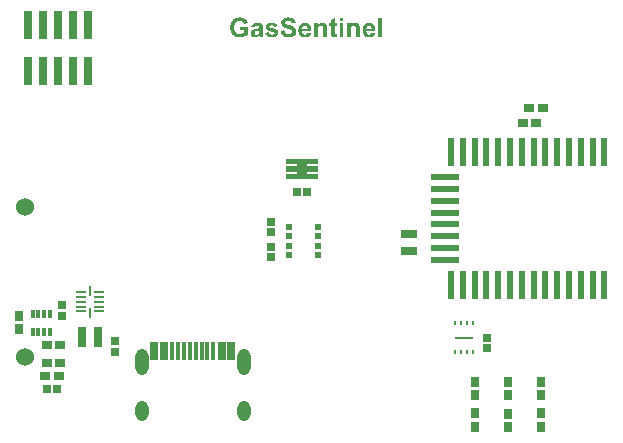
<source format=gbr>
%TF.GenerationSoftware,Altium Limited,Altium Designer,23.6.0 (18)*%
G04 Layer_Color=8388736*
%FSLAX45Y45*%
%MOMM*%
%TF.SameCoordinates,DCE0C1D5-9975-4D98-BEBD-45AE40CD8FD9*%
%TF.FilePolarity,Negative*%
%TF.FileFunction,Soldermask,Top*%
%TF.Part,Single*%
G01*
G75*
%TA.AperFunction,SMDPad,CuDef*%
%ADD14R,0.20320X0.86360*%
%ADD15R,0.86360X0.20320*%
%ADD17R,0.30000X0.67000*%
%ADD20R,1.60000X0.20000*%
%ADD21R,0.25000X0.30000*%
%ADD22R,0.60000X2.40000*%
%ADD26R,1.40000X0.75000*%
%ADD27R,2.40000X0.60000*%
%ADD28R,0.75000X2.40000*%
%TA.AperFunction,ComponentPad*%
%ADD37C,1.52400*%
%ADD39O,1.11760X2.20980*%
%ADD41O,1.11760X1.70180*%
%TA.AperFunction,SMDPad,CuDef*%
%ADD51R,0.75000X0.90000*%
%ADD52R,0.75000X0.79000*%
%ADD53R,0.79000X0.75000*%
%ADD54R,0.90000X0.75000*%
%ADD55R,0.80000X1.75000*%
%ADD56R,0.75960X1.59780*%
%ADD57R,0.45480X1.59780*%
%TA.AperFunction,BGAPad,CuDef*%
%ADD58R,0.55000X0.55000*%
G36*
X5060300Y4965300D02*
Y4918300D01*
X5150300D01*
Y4900300D01*
X5060300D01*
Y4853300D01*
X5150300D01*
Y4835300D01*
X5060300D01*
Y4788300D01*
X5150300D01*
Y4794300D01*
X5238300D01*
Y4788300D01*
X5328300D01*
Y4835300D01*
X5238300D01*
Y4853300D01*
X5328300D01*
Y4900300D01*
X5238300D01*
Y4918300D01*
X5328300D01*
Y4965300D01*
X5238300D01*
Y4959300D01*
X5150300D01*
Y4965300D01*
X5060300D01*
D02*
G37*
G36*
X5543296Y6128601D02*
X5512048D01*
Y6157500D01*
X5543296D01*
Y6128601D01*
D02*
G37*
G36*
X5081619Y6160319D02*
X5084204Y6160084D01*
X5087258Y6159849D01*
X5090312Y6159379D01*
X5093837Y6158909D01*
X5101355Y6157265D01*
X5105114Y6156090D01*
X5108873Y6154915D01*
X5112633Y6153271D01*
X5116157Y6151391D01*
X5119446Y6149277D01*
X5122501Y6146927D01*
X5122735Y6146692D01*
X5123205Y6146222D01*
X5123910Y6145517D01*
X5124850Y6144577D01*
X5126025Y6143168D01*
X5127434Y6141523D01*
X5128844Y6139644D01*
X5130489Y6137529D01*
X5131899Y6134945D01*
X5133308Y6132360D01*
X5134718Y6129306D01*
X5135893Y6126016D01*
X5137067Y6122727D01*
X5138007Y6118968D01*
X5138712Y6115209D01*
X5138947Y6110980D01*
X5106054Y6109805D01*
Y6110040D01*
Y6110275D01*
X5105584Y6111919D01*
X5105114Y6114034D01*
X5104174Y6116618D01*
X5103000Y6119673D01*
X5101355Y6122492D01*
X5099240Y6125312D01*
X5096891Y6127661D01*
X5096656Y6127896D01*
X5095716Y6128601D01*
X5094072Y6129541D01*
X5091722Y6130480D01*
X5088903Y6131420D01*
X5085378Y6132360D01*
X5081149Y6133065D01*
X5076215Y6133300D01*
X5073866D01*
X5071281Y6133065D01*
X5068227Y6132595D01*
X5064703Y6131890D01*
X5060944Y6130715D01*
X5057419Y6129306D01*
X5054130Y6127191D01*
X5053895Y6126956D01*
X5053425Y6126486D01*
X5052485Y6125782D01*
X5051546Y6124607D01*
X5050606Y6123197D01*
X5049666Y6121317D01*
X5049196Y6119438D01*
X5048961Y6117088D01*
Y6116853D01*
Y6116149D01*
X5049196Y6114974D01*
X5049666Y6113799D01*
X5050136Y6112154D01*
X5050841Y6110510D01*
X5052016Y6108865D01*
X5053660Y6107220D01*
X5053895Y6106985D01*
X5055070Y6106281D01*
X5055775Y6105811D01*
X5056949Y6105341D01*
X5058124Y6104636D01*
X5059769Y6103931D01*
X5061648Y6103226D01*
X5063763Y6102287D01*
X5066347Y6101347D01*
X5068932Y6100407D01*
X5072221Y6099467D01*
X5075746Y6098527D01*
X5079505Y6097588D01*
X5083734Y6096413D01*
X5083969D01*
X5084909Y6096178D01*
X5086083Y6095943D01*
X5087728Y6095473D01*
X5089608Y6095003D01*
X5091957Y6094298D01*
X5094541Y6093593D01*
X5097126Y6092889D01*
X5102765Y6091009D01*
X5108638Y6089129D01*
X5114277Y6087015D01*
X5116627Y6085840D01*
X5118976Y6084665D01*
X5119211D01*
X5119446Y6084430D01*
X5120856Y6083490D01*
X5122970Y6082081D01*
X5125555Y6080201D01*
X5128374Y6077852D01*
X5131429Y6075032D01*
X5134483Y6071743D01*
X5137067Y6067984D01*
X5137302Y6067514D01*
X5138007Y6066104D01*
X5139182Y6063990D01*
X5140357Y6060935D01*
X5141531Y6057176D01*
X5142706Y6052712D01*
X5143411Y6047778D01*
X5143646Y6042139D01*
Y6041904D01*
Y6041434D01*
Y6040730D01*
Y6039790D01*
X5143411Y6038615D01*
X5143176Y6036970D01*
X5142706Y6033681D01*
X5141766Y6029452D01*
X5140357Y6024988D01*
X5138242Y6020524D01*
X5135658Y6015825D01*
Y6015590D01*
X5135188Y6015355D01*
X5134248Y6013945D01*
X5132368Y6011596D01*
X5130019Y6009011D01*
X5126965Y6005957D01*
X5122970Y6003138D01*
X5118741Y6000318D01*
X5113572Y5997734D01*
X5113338D01*
X5112868Y5997499D01*
X5112163Y5997264D01*
X5110988Y5996794D01*
X5109578Y5996324D01*
X5107934Y5995854D01*
X5106054Y5995384D01*
X5103939Y5994914D01*
X5101355Y5994209D01*
X5098771Y5993740D01*
X5092662Y5992800D01*
X5085848Y5992095D01*
X5078330Y5991860D01*
X5075276D01*
X5073161Y5992095D01*
X5070577Y5992330D01*
X5067757Y5992565D01*
X5064468Y5993035D01*
X5060944Y5993740D01*
X5053190Y5995384D01*
X5049196Y5996559D01*
X5045437Y5997734D01*
X5041443Y5999378D01*
X5037684Y6001258D01*
X5034159Y6003373D01*
X5030870Y6005957D01*
X5030635Y6006192D01*
X5030165Y6006662D01*
X5029225Y6007367D01*
X5028286Y6008541D01*
X5026876Y6010186D01*
X5025466Y6012066D01*
X5023822Y6014180D01*
X5022177Y6016530D01*
X5020532Y6019349D01*
X5018888Y6022404D01*
X5017243Y6025928D01*
X5015598Y6029687D01*
X5014424Y6033681D01*
X5013014Y6038145D01*
X5012074Y6042844D01*
X5011369Y6047778D01*
X5043322Y6050832D01*
Y6050597D01*
X5043557Y6050128D01*
Y6049188D01*
X5043792Y6048248D01*
X5044732Y6045429D01*
X5045907Y6041904D01*
X5047317Y6037910D01*
X5049431Y6033916D01*
X5051781Y6030392D01*
X5054835Y6027103D01*
X5055305Y6026868D01*
X5056480Y6025928D01*
X5058359Y6024753D01*
X5061179Y6023343D01*
X5064703Y6021934D01*
X5068697Y6020759D01*
X5073396Y6019819D01*
X5078800Y6019584D01*
X5081384D01*
X5084204Y6020054D01*
X5087728Y6020524D01*
X5091487Y6021229D01*
X5095481Y6022404D01*
X5099240Y6024048D01*
X5102530Y6026163D01*
X5103000Y6026398D01*
X5103939Y6027337D01*
X5105114Y6028747D01*
X5106759Y6030627D01*
X5108169Y6032976D01*
X5109578Y6035796D01*
X5110518Y6038615D01*
X5110753Y6041904D01*
Y6042139D01*
Y6042844D01*
X5110518Y6044019D01*
X5110283Y6045429D01*
X5109813Y6046838D01*
X5109343Y6048483D01*
X5108404Y6050128D01*
X5107229Y6051772D01*
X5106994Y6052007D01*
X5106524Y6052477D01*
X5105819Y6053182D01*
X5104644Y6054122D01*
X5103000Y6055297D01*
X5100885Y6056471D01*
X5098536Y6057646D01*
X5095481Y6058821D01*
X5095246D01*
X5094307Y6059291D01*
X5092662Y6059761D01*
X5091487Y6060230D01*
X5090077Y6060465D01*
X5088433Y6060935D01*
X5086553Y6061640D01*
X5084439Y6062110D01*
X5082089Y6062815D01*
X5079270Y6063520D01*
X5076215Y6064225D01*
X5072926Y6065164D01*
X5069167Y6066104D01*
X5068932D01*
X5067992Y6066339D01*
X5066582Y6066809D01*
X5064938Y6067279D01*
X5062823Y6067984D01*
X5060239Y6068689D01*
X5057654Y6069628D01*
X5054600Y6070568D01*
X5048491Y6072918D01*
X5042618Y6075737D01*
X5039563Y6077147D01*
X5036979Y6078792D01*
X5034394Y6080436D01*
X5032280Y6082081D01*
X5032045Y6082316D01*
X5031575Y6082786D01*
X5030870Y6083490D01*
X5029930Y6084430D01*
X5028755Y6085840D01*
X5027581Y6087485D01*
X5026171Y6089129D01*
X5024996Y6091244D01*
X5022177Y6096178D01*
X5019827Y6101817D01*
X5018888Y6104871D01*
X5018183Y6107925D01*
X5017713Y6111450D01*
X5017478Y6114974D01*
Y6115209D01*
Y6115444D01*
Y6116149D01*
Y6117088D01*
X5017948Y6119438D01*
X5018418Y6122492D01*
X5019123Y6126016D01*
X5020297Y6130011D01*
X5021942Y6134240D01*
X5024291Y6138234D01*
Y6138469D01*
X5024526Y6138704D01*
X5025701Y6140113D01*
X5027111Y6141993D01*
X5029460Y6144343D01*
X5032280Y6146927D01*
X5035804Y6149746D01*
X5039798Y6152331D01*
X5044497Y6154680D01*
X5044732D01*
X5045202Y6154915D01*
X5045907Y6155150D01*
X5046847Y6155620D01*
X5048256Y6156090D01*
X5049666Y6156560D01*
X5051546Y6157030D01*
X5053660Y6157735D01*
X5058359Y6158674D01*
X5063763Y6159614D01*
X5069872Y6160319D01*
X5076685Y6160554D01*
X5079505D01*
X5081619Y6160319D01*
D02*
G37*
G36*
X4670222D02*
X4672806Y6160084D01*
X4675861Y6159849D01*
X4679150Y6159614D01*
X4682674Y6158909D01*
X4690193Y6157500D01*
X4697946Y6155150D01*
X4701940Y6153741D01*
X4705699Y6152096D01*
X4709223Y6150216D01*
X4712513Y6147867D01*
X4712748Y6147632D01*
X4713218Y6147397D01*
X4714157Y6146457D01*
X4715332Y6145517D01*
X4716742Y6144343D01*
X4718152Y6142698D01*
X4719796Y6140818D01*
X4721676Y6138704D01*
X4723555Y6136354D01*
X4725435Y6133770D01*
X4727315Y6130950D01*
X4728959Y6127661D01*
X4730839Y6124372D01*
X4732249Y6120848D01*
X4733658Y6116853D01*
X4734598Y6112859D01*
X4701940Y6106751D01*
Y6106985D01*
X4701705Y6107220D01*
X4701235Y6108630D01*
X4700295Y6110745D01*
X4698886Y6113564D01*
X4697241Y6116618D01*
X4694892Y6119673D01*
X4692072Y6122727D01*
X4688783Y6125547D01*
X4688313Y6125782D01*
X4687138Y6126721D01*
X4685024Y6127896D01*
X4682439Y6129071D01*
X4678915Y6130480D01*
X4674921Y6131420D01*
X4670457Y6132360D01*
X4665288Y6132595D01*
X4663173D01*
X4661764Y6132360D01*
X4659884Y6132125D01*
X4657769Y6131890D01*
X4655420Y6131420D01*
X4652835Y6130950D01*
X4647432Y6129306D01*
X4644612Y6128131D01*
X4641793Y6126721D01*
X4638973Y6125077D01*
X4636154Y6123432D01*
X4633570Y6121082D01*
X4630985Y6118733D01*
X4630750Y6118498D01*
X4630515Y6118028D01*
X4629810Y6117323D01*
X4629106Y6116149D01*
X4628166Y6114739D01*
X4626991Y6113094D01*
X4625816Y6110980D01*
X4624876Y6108630D01*
X4623702Y6105811D01*
X4622527Y6102756D01*
X4621352Y6099467D01*
X4620412Y6095943D01*
X4619708Y6091949D01*
X4619003Y6087485D01*
X4618768Y6083021D01*
X4618533Y6078087D01*
Y6077852D01*
Y6076912D01*
Y6075267D01*
X4618768Y6073388D01*
X4619003Y6070803D01*
X4619238Y6068219D01*
X4619708Y6064929D01*
X4620177Y6061640D01*
X4621587Y6054592D01*
X4623937Y6047308D01*
X4625346Y6043784D01*
X4626991Y6040495D01*
X4629106Y6037205D01*
X4631220Y6034386D01*
X4631455Y6034151D01*
X4631925Y6033681D01*
X4632630Y6032976D01*
X4633570Y6032036D01*
X4634979Y6031097D01*
X4636389Y6029687D01*
X4638269Y6028512D01*
X4640383Y6027103D01*
X4642733Y6025693D01*
X4645082Y6024518D01*
X4650956Y6022169D01*
X4654245Y6021229D01*
X4657534Y6020524D01*
X4661294Y6020054D01*
X4665053Y6019819D01*
X4666933D01*
X4668812Y6020054D01*
X4671631Y6020289D01*
X4674686Y6020759D01*
X4678210Y6021464D01*
X4681969Y6022404D01*
X4685728Y6023813D01*
X4685963D01*
X4686198Y6024048D01*
X4687373Y6024518D01*
X4689488Y6025458D01*
X4691837Y6026633D01*
X4694657Y6028042D01*
X4697711Y6029687D01*
X4700765Y6031567D01*
X4703585Y6033681D01*
Y6054592D01*
X4665993D01*
Y6082081D01*
X4736713D01*
Y6016765D01*
X4736243Y6016295D01*
X4735538Y6015825D01*
X4734833Y6015120D01*
X4733658Y6014180D01*
X4732484Y6013240D01*
X4729194Y6010891D01*
X4724730Y6008307D01*
X4719561Y6005252D01*
X4713688Y6002198D01*
X4706639Y5999378D01*
X4706404D01*
X4705699Y5999143D01*
X4704759Y5998674D01*
X4703350Y5998204D01*
X4701470Y5997734D01*
X4699356Y5997029D01*
X4697006Y5996324D01*
X4694422Y5995619D01*
X4688548Y5994209D01*
X4681734Y5993035D01*
X4674686Y5992095D01*
X4667167Y5991860D01*
X4664583D01*
X4662938Y5992095D01*
X4660589D01*
X4658004Y5992330D01*
X4655185Y5992800D01*
X4651896Y5993270D01*
X4645082Y5994444D01*
X4637564Y5996324D01*
X4629810Y5998908D01*
X4626286Y6000553D01*
X4622527Y6002433D01*
X4622292Y6002668D01*
X4621822Y6002903D01*
X4620647Y6003607D01*
X4619473Y6004547D01*
X4617828Y6005487D01*
X4616183Y6006897D01*
X4614069Y6008541D01*
X4611954Y6010421D01*
X4607255Y6014650D01*
X4602556Y6020054D01*
X4598092Y6026163D01*
X4594098Y6033211D01*
Y6033446D01*
X4593628Y6034151D01*
X4593158Y6035326D01*
X4592688Y6036735D01*
X4591983Y6038615D01*
X4591044Y6040730D01*
X4590339Y6043314D01*
X4589399Y6046133D01*
X4588459Y6049188D01*
X4587754Y6052712D01*
X4586110Y6059995D01*
X4585170Y6067984D01*
X4584700Y6076677D01*
Y6076912D01*
Y6077852D01*
Y6079261D01*
X4584935Y6080906D01*
Y6083256D01*
X4585170Y6085840D01*
X4585640Y6088659D01*
X4586110Y6091949D01*
X4587284Y6098762D01*
X4589164Y6106516D01*
X4591748Y6114269D01*
X4593393Y6118028D01*
X4595273Y6121787D01*
X4595508Y6122022D01*
X4595743Y6122727D01*
X4596448Y6123667D01*
X4597152Y6125077D01*
X4598327Y6126721D01*
X4599737Y6128601D01*
X4601381Y6130715D01*
X4603026Y6133065D01*
X4605141Y6135414D01*
X4607490Y6137999D01*
X4610075Y6140583D01*
X4612894Y6143168D01*
X4615948Y6145517D01*
X4619003Y6148102D01*
X4626286Y6152331D01*
X4626521D01*
X4626991Y6152801D01*
X4627931Y6153036D01*
X4629106Y6153741D01*
X4630750Y6154210D01*
X4632395Y6154915D01*
X4634744Y6155620D01*
X4637094Y6156560D01*
X4639678Y6157265D01*
X4642733Y6157970D01*
X4646022Y6158674D01*
X4649311Y6159379D01*
X4656830Y6160319D01*
X4665288Y6160554D01*
X4668107D01*
X4670222Y6160319D01*
D02*
G37*
G36*
X5646439Y6115209D02*
X5649023Y6114974D01*
X5651843Y6114504D01*
X5654897Y6113799D01*
X5658187Y6112859D01*
X5661476Y6111684D01*
X5661946Y6111450D01*
X5662886Y6110980D01*
X5664530Y6110275D01*
X5666410Y6109100D01*
X5668524Y6107690D01*
X5670639Y6106046D01*
X5672753Y6104166D01*
X5674633Y6102052D01*
X5674868Y6101817D01*
X5675338Y6101112D01*
X5676043Y6099937D01*
X5676983Y6098292D01*
X5678157Y6096413D01*
X5679097Y6094063D01*
X5680037Y6091714D01*
X5680742Y6088894D01*
Y6088659D01*
X5680977Y6087485D01*
X5681447Y6085840D01*
X5681682Y6083490D01*
X5682151Y6080671D01*
X5682386Y6076912D01*
X5682621Y6072918D01*
Y6067984D01*
Y5994914D01*
X5651373D01*
Y6054827D01*
Y6055062D01*
Y6055766D01*
Y6056706D01*
Y6057881D01*
Y6059526D01*
Y6061170D01*
X5651138Y6065164D01*
X5650903Y6069159D01*
X5650433Y6073388D01*
X5649963Y6076912D01*
X5649728Y6078322D01*
X5649258Y6079496D01*
Y6079731D01*
X5648789Y6080436D01*
X5648319Y6081376D01*
X5647614Y6082786D01*
X5645499Y6085605D01*
X5644324Y6087015D01*
X5642680Y6088189D01*
X5642445Y6088424D01*
X5641975Y6088659D01*
X5641035Y6089129D01*
X5639625Y6089834D01*
X5637981Y6090539D01*
X5636336Y6091009D01*
X5634222Y6091244D01*
X5631872Y6091479D01*
X5630462D01*
X5629053Y6091244D01*
X5627173Y6091009D01*
X5624824Y6090304D01*
X5622474Y6089599D01*
X5619890Y6088424D01*
X5617305Y6087015D01*
X5617070Y6086780D01*
X5616365Y6086310D01*
X5615191Y6085135D01*
X5613781Y6083960D01*
X5612371Y6082081D01*
X5610962Y6080201D01*
X5609552Y6077617D01*
X5608612Y6075032D01*
Y6074797D01*
X5608142Y6073623D01*
X5607907Y6071743D01*
X5607437Y6068924D01*
X5607202Y6067279D01*
X5606967Y6065164D01*
X5606732Y6063050D01*
Y6060465D01*
X5606498Y6057881D01*
X5606263Y6054827D01*
Y6051537D01*
Y6048013D01*
Y5994914D01*
X5575014D01*
Y6112859D01*
X5603913D01*
Y6095473D01*
X5604148Y6095708D01*
X5604618Y6096413D01*
X5605558Y6097353D01*
X5606732Y6098527D01*
X5608142Y6100172D01*
X5610022Y6101817D01*
X5612136Y6103696D01*
X5614486Y6105576D01*
X5617070Y6107220D01*
X5620125Y6109100D01*
X5623179Y6110745D01*
X5626703Y6112389D01*
X5630462Y6113564D01*
X5634222Y6114504D01*
X5638451Y6115209D01*
X5642680Y6115444D01*
X5644324D01*
X5646439Y6115209D01*
D02*
G37*
G36*
X5368728D02*
X5371313Y6114974D01*
X5374132Y6114504D01*
X5377186Y6113799D01*
X5380476Y6112859D01*
X5383765Y6111684D01*
X5384235Y6111450D01*
X5385175Y6110980D01*
X5386819Y6110275D01*
X5388699Y6109100D01*
X5390813Y6107690D01*
X5392928Y6106046D01*
X5395043Y6104166D01*
X5396922Y6102052D01*
X5397157Y6101817D01*
X5397627Y6101112D01*
X5398332Y6099937D01*
X5399272Y6098292D01*
X5400446Y6096413D01*
X5401386Y6094063D01*
X5402326Y6091714D01*
X5403031Y6088894D01*
Y6088659D01*
X5403266Y6087485D01*
X5403736Y6085840D01*
X5403971Y6083490D01*
X5404441Y6080671D01*
X5404675Y6076912D01*
X5404910Y6072918D01*
Y6067984D01*
Y5994914D01*
X5373662D01*
Y6054827D01*
Y6055062D01*
Y6055766D01*
Y6056706D01*
Y6057881D01*
Y6059526D01*
Y6061170D01*
X5373427Y6065164D01*
X5373192Y6069159D01*
X5372722Y6073388D01*
X5372252Y6076912D01*
X5372017Y6078322D01*
X5371548Y6079496D01*
Y6079731D01*
X5371078Y6080436D01*
X5370608Y6081376D01*
X5369903Y6082786D01*
X5367788Y6085605D01*
X5366614Y6087015D01*
X5364969Y6088189D01*
X5364734Y6088424D01*
X5364264Y6088659D01*
X5363324Y6089129D01*
X5361915Y6089834D01*
X5360270Y6090539D01*
X5358625Y6091009D01*
X5356511Y6091244D01*
X5354161Y6091479D01*
X5352752D01*
X5351342Y6091244D01*
X5349462Y6091009D01*
X5347113Y6090304D01*
X5344763Y6089599D01*
X5342179Y6088424D01*
X5339594Y6087015D01*
X5339359Y6086780D01*
X5338655Y6086310D01*
X5337480Y6085135D01*
X5336070Y6083960D01*
X5334660Y6082081D01*
X5333251Y6080201D01*
X5331841Y6077617D01*
X5330901Y6075032D01*
Y6074797D01*
X5330431Y6073623D01*
X5330196Y6071743D01*
X5329726Y6068924D01*
X5329492Y6067279D01*
X5329257Y6065164D01*
X5329022Y6063050D01*
Y6060465D01*
X5328787Y6057881D01*
X5328552Y6054827D01*
Y6051537D01*
Y6048013D01*
Y5994914D01*
X5297303D01*
Y6112859D01*
X5326202D01*
Y6095473D01*
X5326437Y6095708D01*
X5326907Y6096413D01*
X5327847Y6097353D01*
X5329022Y6098527D01*
X5330431Y6100172D01*
X5332311Y6101817D01*
X5334425Y6103696D01*
X5336775Y6105576D01*
X5339359Y6107220D01*
X5342414Y6109100D01*
X5345468Y6110745D01*
X5348992Y6112389D01*
X5352752Y6113564D01*
X5356511Y6114504D01*
X5360740Y6115209D01*
X5364969Y6115444D01*
X5366614D01*
X5368728Y6115209D01*
D02*
G37*
G36*
X4942059D02*
X4944408Y6114974D01*
X4946993Y6114739D01*
X4949812Y6114504D01*
X4955686Y6113564D01*
X4961560Y6112154D01*
X4967199Y6110040D01*
X4969783Y6108865D01*
X4972133Y6107455D01*
X4972368D01*
X4972602Y6106985D01*
X4974012Y6106046D01*
X4976127Y6104166D01*
X4978476Y6101582D01*
X4981296Y6098527D01*
X4983880Y6094533D01*
X4986464Y6089834D01*
X4988344Y6084430D01*
X4958975Y6079026D01*
Y6079261D01*
X4958505Y6080201D01*
X4958036Y6081376D01*
X4957331Y6082786D01*
X4956391Y6084665D01*
X4954981Y6086310D01*
X4953571Y6087955D01*
X4951692Y6089364D01*
X4951457Y6089599D01*
X4950752Y6090069D01*
X4949577Y6090539D01*
X4947933Y6091244D01*
X4945818Y6091949D01*
X4943234Y6092654D01*
X4940179Y6092889D01*
X4936655Y6093123D01*
X4934541D01*
X4932426Y6092889D01*
X4929842Y6092654D01*
X4926787Y6092184D01*
X4923968Y6091714D01*
X4921383Y6090774D01*
X4919034Y6089599D01*
X4918799D01*
X4918564Y6089129D01*
X4917389Y6087955D01*
X4915979Y6085840D01*
X4915745Y6084665D01*
X4915510Y6083256D01*
Y6083021D01*
Y6082786D01*
X4915979Y6081376D01*
X4916919Y6079496D01*
X4917624Y6078557D01*
X4918564Y6077617D01*
X4918799Y6077382D01*
X4919739Y6077147D01*
X4920209Y6076677D01*
X4921148Y6076442D01*
X4922323Y6075972D01*
X4923733Y6075267D01*
X4925612Y6074797D01*
X4927492Y6074092D01*
X4929842Y6073388D01*
X4932661Y6072683D01*
X4935715Y6071743D01*
X4939240Y6070803D01*
X4943234Y6069863D01*
X4947698Y6068689D01*
X4947933D01*
X4948873Y6068454D01*
X4950047Y6068219D01*
X4951692Y6067749D01*
X4953806Y6067044D01*
X4956156Y6066574D01*
X4961325Y6064929D01*
X4967199Y6062815D01*
X4972837Y6060465D01*
X4975657Y6059056D01*
X4978241Y6057881D01*
X4980356Y6056236D01*
X4982470Y6054827D01*
X4982940Y6054357D01*
X4984115Y6053417D01*
X4985525Y6051537D01*
X4987404Y6048953D01*
X4989284Y6045664D01*
X4990694Y6041669D01*
X4991868Y6036970D01*
X4992338Y6031802D01*
Y6031567D01*
Y6031097D01*
Y6030157D01*
X4992103Y6028982D01*
X4991868Y6027807D01*
X4991633Y6026163D01*
X4990694Y6022169D01*
X4989049Y6017939D01*
X4987874Y6015590D01*
X4986699Y6013240D01*
X4985055Y6010891D01*
X4983175Y6008541D01*
X4981061Y6006192D01*
X4978711Y6003842D01*
X4978476Y6003607D01*
X4978006Y6003373D01*
X4977301Y6002903D01*
X4976127Y6001963D01*
X4974717Y6001258D01*
X4973072Y6000318D01*
X4970958Y5999143D01*
X4968608Y5998204D01*
X4966024Y5997029D01*
X4962969Y5996089D01*
X4959680Y5994914D01*
X4956156Y5994209D01*
X4952162Y5993505D01*
X4947933Y5992800D01*
X4943469Y5992565D01*
X4938770Y5992330D01*
X4936420D01*
X4934775Y5992565D01*
X4932661D01*
X4930311Y5992800D01*
X4927727Y5993035D01*
X4924908Y5993505D01*
X4918799Y5994679D01*
X4912455Y5996324D01*
X4906112Y5998674D01*
X4903292Y6000318D01*
X4900473Y6001963D01*
X4900238Y6002198D01*
X4899768Y6002433D01*
X4899063Y6002903D01*
X4898358Y6003842D01*
X4895774Y6005957D01*
X4892954Y6009011D01*
X4889900Y6012771D01*
X4887081Y6017235D01*
X4884496Y6022638D01*
X4882382Y6028512D01*
X4913630Y6033211D01*
Y6032741D01*
X4914100Y6031802D01*
X4914570Y6030157D01*
X4915275Y6028042D01*
X4916449Y6025693D01*
X4917859Y6023578D01*
X4919504Y6021229D01*
X4921618Y6019349D01*
X4921853Y6019114D01*
X4922793Y6018644D01*
X4924203Y6017939D01*
X4926082Y6017235D01*
X4928432Y6016295D01*
X4931486Y6015590D01*
X4934775Y6015120D01*
X4938770Y6014885D01*
X4940649D01*
X4942999Y6015120D01*
X4945583Y6015355D01*
X4948403Y6015825D01*
X4951457Y6016765D01*
X4954276Y6017704D01*
X4956861Y6019114D01*
X4957096Y6019349D01*
X4957566Y6019819D01*
X4958270Y6020524D01*
X4958975Y6021464D01*
X4959680Y6022638D01*
X4960385Y6024048D01*
X4960855Y6025693D01*
X4961090Y6027572D01*
Y6027807D01*
Y6028277D01*
X4960855Y6029687D01*
X4960150Y6031567D01*
X4958740Y6033446D01*
X4958270Y6033916D01*
X4957566Y6034151D01*
X4956626Y6034856D01*
X4955216Y6035326D01*
X4953337Y6036031D01*
X4951222Y6036735D01*
X4948403Y6037440D01*
X4947933D01*
X4946758Y6037910D01*
X4944878Y6038380D01*
X4942294Y6038850D01*
X4939240Y6039555D01*
X4935950Y6040495D01*
X4932191Y6041434D01*
X4928197Y6042609D01*
X4919974Y6044959D01*
X4915979Y6046133D01*
X4912220Y6047543D01*
X4908696Y6048718D01*
X4905407Y6050128D01*
X4902587Y6051537D01*
X4900473Y6052712D01*
X4900238Y6052947D01*
X4899768Y6053182D01*
X4899298Y6053652D01*
X4898358Y6054592D01*
X4896009Y6056706D01*
X4893659Y6059761D01*
X4891075Y6063520D01*
X4888725Y6067984D01*
X4887785Y6070568D01*
X4887316Y6073388D01*
X4886846Y6076207D01*
X4886611Y6079261D01*
Y6079496D01*
Y6079966D01*
Y6080671D01*
X4886846Y6081846D01*
X4887081Y6083021D01*
X4887316Y6084665D01*
X4888020Y6088189D01*
X4889430Y6092184D01*
X4891780Y6096413D01*
X4892954Y6098762D01*
X4894599Y6100877D01*
X4896479Y6102991D01*
X4898593Y6104871D01*
X4898828Y6105106D01*
X4899063Y6105341D01*
X4899768Y6105811D01*
X4900943Y6106516D01*
X4902117Y6107220D01*
X4903762Y6108160D01*
X4905642Y6109100D01*
X4907756Y6110275D01*
X4910341Y6111215D01*
X4913160Y6112154D01*
X4916214Y6113094D01*
X4919504Y6113799D01*
X4923263Y6114504D01*
X4927257Y6114974D01*
X4931486Y6115444D01*
X4940179D01*
X4942059Y6115209D01*
D02*
G37*
G36*
X5871756Y5994914D02*
X5840508D01*
Y6157500D01*
X5871756D01*
Y5994914D01*
D02*
G37*
G36*
X5543296D02*
X5512048D01*
Y6112859D01*
X5543296D01*
Y5994914D01*
D02*
G37*
G36*
X4818005Y6115209D02*
X4819885D01*
X4824584Y6114739D01*
X4829518Y6114269D01*
X4834687Y6113329D01*
X4839621Y6111919D01*
X4841735Y6111215D01*
X4843850Y6110275D01*
X4844085D01*
X4844320Y6110040D01*
X4845494Y6109335D01*
X4847374Y6108395D01*
X4849489Y6106985D01*
X4852073Y6105106D01*
X4854423Y6102991D01*
X4856537Y6100407D01*
X4858417Y6097822D01*
X4858652Y6097353D01*
X4859122Y6096413D01*
X4859826Y6094298D01*
X4860061Y6093123D01*
X4860531Y6091479D01*
X4861001Y6089834D01*
X4861236Y6087720D01*
X4861706Y6085370D01*
X4861941Y6082786D01*
X4862176Y6079966D01*
X4862411Y6076912D01*
X4862646Y6073623D01*
Y6069863D01*
X4862176Y6033446D01*
Y6033211D01*
Y6032741D01*
Y6032036D01*
Y6030862D01*
Y6028042D01*
X4862411Y6024753D01*
Y6020994D01*
X4862881Y6017235D01*
X4863116Y6013475D01*
X4863586Y6010421D01*
Y6010186D01*
X4863821Y6009246D01*
X4864290Y6007602D01*
X4864760Y6005722D01*
X4865700Y6003373D01*
X4866640Y6000788D01*
X4867815Y5997969D01*
X4869224Y5994914D01*
X4838446D01*
Y5995149D01*
X4838211Y5995384D01*
X4837976Y5996324D01*
X4837506Y5997264D01*
X4837036Y5998439D01*
X4836566Y6000083D01*
X4836096Y6001963D01*
X4835392Y6004077D01*
Y6004312D01*
X4835157Y6004547D01*
X4834922Y6005487D01*
X4834452Y6006662D01*
X4834217Y6007602D01*
X4833747Y6007367D01*
X4832807Y6006427D01*
X4831163Y6005017D01*
X4829048Y6003373D01*
X4826464Y6001493D01*
X4823644Y5999378D01*
X4820355Y5997734D01*
X4817066Y5996089D01*
X4816596Y5995854D01*
X4815421Y5995619D01*
X4813541Y5994914D01*
X4811192Y5994209D01*
X4808372Y5993505D01*
X4805083Y5993035D01*
X4801324Y5992565D01*
X4797565Y5992330D01*
X4795920D01*
X4794510Y5992565D01*
X4793101D01*
X4791221Y5992800D01*
X4787227Y5993505D01*
X4782528Y5994679D01*
X4777829Y5996324D01*
X4773130Y5998674D01*
X4768901Y6001963D01*
Y6002198D01*
X4768431Y6002433D01*
X4767256Y6003842D01*
X4765611Y6005957D01*
X4763732Y6008776D01*
X4761852Y6012301D01*
X4760208Y6016530D01*
X4759033Y6021464D01*
X4758798Y6024048D01*
X4758563Y6026868D01*
Y6027337D01*
Y6028512D01*
X4758798Y6030392D01*
X4759268Y6032741D01*
X4759738Y6035561D01*
X4760443Y6038380D01*
X4761617Y6041434D01*
X4763262Y6044489D01*
X4763497Y6044959D01*
X4764202Y6045898D01*
X4765142Y6047308D01*
X4766786Y6048953D01*
X4768431Y6050832D01*
X4770780Y6052947D01*
X4773365Y6054827D01*
X4776419Y6056471D01*
X4776889Y6056706D01*
X4778064Y6057176D01*
X4779943Y6057881D01*
X4782763Y6059056D01*
X4786287Y6060230D01*
X4790516Y6061405D01*
X4795685Y6062580D01*
X4801324Y6063755D01*
X4801559D01*
X4802264Y6063990D01*
X4803438Y6064225D01*
X4804848Y6064460D01*
X4806728Y6064694D01*
X4808842Y6065164D01*
X4813541Y6066339D01*
X4818475Y6067514D01*
X4823644Y6068689D01*
X4828108Y6070098D01*
X4830223Y6070803D01*
X4831867Y6071508D01*
Y6074562D01*
Y6075032D01*
Y6075972D01*
X4831632Y6077617D01*
X4831397Y6079731D01*
X4830693Y6081846D01*
X4829988Y6083960D01*
X4828813Y6085840D01*
X4827168Y6087485D01*
X4826933Y6087720D01*
X4826229Y6088189D01*
X4825054Y6088659D01*
X4823409Y6089599D01*
X4821060Y6090304D01*
X4818240Y6090774D01*
X4814716Y6091244D01*
X4810487Y6091479D01*
X4809077D01*
X4807668Y6091244D01*
X4805788Y6091009D01*
X4803673Y6090539D01*
X4801324Y6090069D01*
X4799209Y6089129D01*
X4797330Y6087955D01*
X4797095Y6087720D01*
X4796625Y6087250D01*
X4795685Y6086545D01*
X4794745Y6085370D01*
X4793336Y6083725D01*
X4792161Y6081611D01*
X4790986Y6079261D01*
X4789811Y6076442D01*
X4761852Y6081611D01*
Y6081846D01*
X4762087Y6082316D01*
X4762322Y6083256D01*
X4762792Y6084430D01*
X4763262Y6085840D01*
X4763967Y6087485D01*
X4765611Y6091244D01*
X4767961Y6095238D01*
X4770780Y6099467D01*
X4774070Y6103461D01*
X4778064Y6106985D01*
X4778299D01*
X4778534Y6107455D01*
X4779239Y6107690D01*
X4780178Y6108395D01*
X4781588Y6108865D01*
X4782998Y6109570D01*
X4784877Y6110510D01*
X4786757Y6111215D01*
X4789106Y6111919D01*
X4791691Y6112859D01*
X4794510Y6113564D01*
X4797800Y6114034D01*
X4801089Y6114739D01*
X4804848Y6114974D01*
X4808607Y6115444D01*
X4816361D01*
X4818005Y6115209D01*
D02*
G37*
G36*
X5763444D02*
X5765559Y6114974D01*
X5768143Y6114504D01*
X5770963Y6114034D01*
X5774017Y6113329D01*
X5777306Y6112389D01*
X5780595Y6111215D01*
X5784120Y6109805D01*
X5787644Y6107925D01*
X5790933Y6106046D01*
X5794223Y6103696D01*
X5797512Y6100877D01*
X5800331Y6097822D01*
X5800566Y6097588D01*
X5801036Y6097118D01*
X5801741Y6095943D01*
X5802681Y6094533D01*
X5803856Y6092654D01*
X5805030Y6090539D01*
X5806440Y6087720D01*
X5807850Y6084665D01*
X5809259Y6081141D01*
X5810669Y6077147D01*
X5811844Y6072918D01*
X5813019Y6067984D01*
X5813958Y6062815D01*
X5814663Y6057176D01*
X5815133Y6051302D01*
Y6044724D01*
X5737130D01*
Y6044489D01*
Y6044019D01*
Y6043314D01*
X5737365Y6042374D01*
X5737600Y6040025D01*
X5738070Y6036735D01*
X5739009Y6033446D01*
X5740419Y6029687D01*
X5742064Y6026163D01*
X5744413Y6023108D01*
X5744648Y6022873D01*
X5745823Y6021934D01*
X5747233Y6020759D01*
X5749347Y6019349D01*
X5751932Y6017939D01*
X5755221Y6016765D01*
X5758745Y6015825D01*
X5762504Y6015590D01*
X5763679D01*
X5765089Y6015825D01*
X5766733Y6016060D01*
X5768613Y6016530D01*
X5770728Y6017235D01*
X5772842Y6018174D01*
X5774722Y6019584D01*
X5774957Y6019819D01*
X5775662Y6020289D01*
X5776601Y6021229D01*
X5777541Y6022638D01*
X5778951Y6024518D01*
X5780126Y6026633D01*
X5781300Y6029452D01*
X5782475Y6032506D01*
X5813488Y6027337D01*
Y6027103D01*
X5813254Y6026633D01*
X5812784Y6025693D01*
X5812314Y6024518D01*
X5811609Y6023108D01*
X5810904Y6021464D01*
X5808789Y6017704D01*
X5806205Y6013475D01*
X5802916Y6009011D01*
X5798922Y6005017D01*
X5794458Y6001258D01*
X5794223D01*
X5793988Y6000788D01*
X5793048Y6000553D01*
X5792108Y5999848D01*
X5790933Y5999143D01*
X5789289Y5998439D01*
X5787644Y5997734D01*
X5785529Y5996794D01*
X5780830Y5995149D01*
X5775427Y5993740D01*
X5769083Y5992800D01*
X5762269Y5992330D01*
X5760860D01*
X5759450Y5992565D01*
X5757335D01*
X5754751Y5993035D01*
X5751697Y5993505D01*
X5748407Y5993975D01*
X5745118Y5994914D01*
X5741359Y5995854D01*
X5737600Y5997264D01*
X5733840Y5998908D01*
X5730081Y6000788D01*
X5726322Y6003138D01*
X5722798Y6005722D01*
X5719743Y6008776D01*
X5716689Y6012301D01*
X5716454Y6012536D01*
X5716219Y6013005D01*
X5715749Y6013945D01*
X5714809Y6015120D01*
X5714105Y6016765D01*
X5713165Y6018644D01*
X5711990Y6020759D01*
X5711050Y6023343D01*
X5709876Y6026163D01*
X5708936Y6029217D01*
X5707761Y6032506D01*
X5707056Y6036266D01*
X5706351Y6040025D01*
X5705646Y6044019D01*
X5705412Y6048483D01*
X5705177Y6052947D01*
Y6053182D01*
Y6054122D01*
Y6055766D01*
X5705412Y6057881D01*
X5705646Y6060230D01*
X5705881Y6063050D01*
X5706351Y6066104D01*
X5707056Y6069628D01*
X5708936Y6076912D01*
X5710110Y6080671D01*
X5711520Y6084665D01*
X5713400Y6088424D01*
X5715514Y6091949D01*
X5717864Y6095473D01*
X5720448Y6098762D01*
X5720683Y6098997D01*
X5721153Y6099467D01*
X5722093Y6100407D01*
X5723268Y6101347D01*
X5724677Y6102521D01*
X5726557Y6103931D01*
X5728672Y6105576D01*
X5731021Y6107220D01*
X5733605Y6108630D01*
X5736660Y6110275D01*
X5739714Y6111684D01*
X5743238Y6112859D01*
X5746763Y6113799D01*
X5750757Y6114739D01*
X5754751Y6115209D01*
X5758980Y6115444D01*
X5761565D01*
X5763444Y6115209D01*
D02*
G37*
G36*
X5469287Y6112859D02*
X5490667D01*
Y6087955D01*
X5469287D01*
Y6040260D01*
Y6040025D01*
Y6039555D01*
Y6038850D01*
Y6037910D01*
Y6035561D01*
Y6032741D01*
X5469522Y6029922D01*
Y6027103D01*
Y6024988D01*
X5469757Y6024048D01*
Y6023578D01*
X5469992Y6023108D01*
X5470462Y6022169D01*
X5471166Y6020994D01*
X5472576Y6019584D01*
X5473046Y6019349D01*
X5473986Y6018879D01*
X5475630Y6018409D01*
X5477745Y6018174D01*
X5478685D01*
X5479625Y6018409D01*
X5481034Y6018644D01*
X5482914Y6018879D01*
X5485028Y6019349D01*
X5487613Y6020054D01*
X5490432Y6020994D01*
X5493252Y5996794D01*
X5493017D01*
X5492782Y5996559D01*
X5491372Y5996089D01*
X5489023Y5995384D01*
X5485968Y5994679D01*
X5482444Y5993740D01*
X5478215Y5993035D01*
X5473516Y5992565D01*
X5468582Y5992330D01*
X5467172D01*
X5465528Y5992565D01*
X5463413Y5992800D01*
X5461063Y5993035D01*
X5458479Y5993505D01*
X5455895Y5994209D01*
X5453310Y5995149D01*
X5453075Y5995384D01*
X5452135Y5995619D01*
X5450961Y5996324D01*
X5449551Y5997029D01*
X5446262Y5999378D01*
X5444617Y6000788D01*
X5443207Y6002433D01*
X5442972Y6002668D01*
X5442737Y6003373D01*
X5442267Y6004312D01*
X5441563Y6005722D01*
X5440858Y6007367D01*
X5440153Y6009481D01*
X5439448Y6011831D01*
X5438978Y6014415D01*
Y6014650D01*
X5438743Y6015590D01*
Y6017000D01*
X5438508Y6019349D01*
X5438273Y6022404D01*
Y6026163D01*
X5438038Y6028277D01*
Y6030862D01*
Y6033446D01*
Y6036500D01*
Y6087955D01*
X5423706D01*
Y6112859D01*
X5438038D01*
Y6136354D01*
X5469287Y6154680D01*
Y6112859D01*
D02*
G37*
G36*
X5220475Y6115209D02*
X5222589Y6114974D01*
X5225174Y6114504D01*
X5227993Y6114034D01*
X5231047Y6113329D01*
X5234337Y6112389D01*
X5237626Y6111215D01*
X5241150Y6109805D01*
X5244675Y6107925D01*
X5247964Y6106046D01*
X5251253Y6103696D01*
X5254542Y6100877D01*
X5257362Y6097822D01*
X5257597Y6097588D01*
X5258067Y6097118D01*
X5258772Y6095943D01*
X5259711Y6094533D01*
X5260886Y6092654D01*
X5262061Y6090539D01*
X5263471Y6087720D01*
X5264880Y6084665D01*
X5266290Y6081141D01*
X5267700Y6077147D01*
X5268874Y6072918D01*
X5270049Y6067984D01*
X5270989Y6062815D01*
X5271694Y6057176D01*
X5272164Y6051302D01*
Y6044724D01*
X5194160D01*
Y6044489D01*
Y6044019D01*
Y6043314D01*
X5194395Y6042374D01*
X5194630Y6040025D01*
X5195100Y6036735D01*
X5196040Y6033446D01*
X5197450Y6029687D01*
X5199094Y6026163D01*
X5201444Y6023108D01*
X5201679Y6022873D01*
X5202853Y6021934D01*
X5204263Y6020759D01*
X5206378Y6019349D01*
X5208962Y6017939D01*
X5212251Y6016765D01*
X5215776Y6015825D01*
X5219535Y6015590D01*
X5220710D01*
X5222119Y6015825D01*
X5223764Y6016060D01*
X5225644Y6016530D01*
X5227758Y6017235D01*
X5229873Y6018174D01*
X5231752Y6019584D01*
X5231987Y6019819D01*
X5232692Y6020289D01*
X5233632Y6021229D01*
X5234572Y6022638D01*
X5235981Y6024518D01*
X5237156Y6026633D01*
X5238331Y6029452D01*
X5239506Y6032506D01*
X5270519Y6027337D01*
Y6027103D01*
X5270284Y6026633D01*
X5269814Y6025693D01*
X5269344Y6024518D01*
X5268639Y6023108D01*
X5267935Y6021464D01*
X5265820Y6017704D01*
X5263236Y6013475D01*
X5259946Y6009011D01*
X5255952Y6005017D01*
X5251488Y6001258D01*
X5251253D01*
X5251018Y6000788D01*
X5250078Y6000553D01*
X5249139Y5999848D01*
X5247964Y5999143D01*
X5246319Y5998439D01*
X5244675Y5997734D01*
X5242560Y5996794D01*
X5237861Y5995149D01*
X5232457Y5993740D01*
X5226113Y5992800D01*
X5219300Y5992330D01*
X5217890D01*
X5216481Y5992565D01*
X5214366D01*
X5211782Y5993035D01*
X5208727Y5993505D01*
X5205438Y5993975D01*
X5202149Y5994914D01*
X5198389Y5995854D01*
X5194630Y5997264D01*
X5190871Y5998908D01*
X5187112Y6000788D01*
X5183353Y6003138D01*
X5179828Y6005722D01*
X5176774Y6008776D01*
X5173720Y6012301D01*
X5173485Y6012536D01*
X5173250Y6013005D01*
X5172780Y6013945D01*
X5171840Y6015120D01*
X5171135Y6016765D01*
X5170195Y6018644D01*
X5169021Y6020759D01*
X5168081Y6023343D01*
X5166906Y6026163D01*
X5165966Y6029217D01*
X5164792Y6032506D01*
X5164087Y6036266D01*
X5163382Y6040025D01*
X5162677Y6044019D01*
X5162442Y6048483D01*
X5162207Y6052947D01*
Y6053182D01*
Y6054122D01*
Y6055766D01*
X5162442Y6057881D01*
X5162677Y6060230D01*
X5162912Y6063050D01*
X5163382Y6066104D01*
X5164087Y6069628D01*
X5165966Y6076912D01*
X5167141Y6080671D01*
X5168551Y6084665D01*
X5170430Y6088424D01*
X5172545Y6091949D01*
X5174894Y6095473D01*
X5177479Y6098762D01*
X5177714Y6098997D01*
X5178184Y6099467D01*
X5179124Y6100407D01*
X5180298Y6101347D01*
X5181708Y6102521D01*
X5183588Y6103931D01*
X5185702Y6105576D01*
X5188052Y6107220D01*
X5190636Y6108630D01*
X5193690Y6110275D01*
X5196745Y6111684D01*
X5200269Y6112859D01*
X5203793Y6113799D01*
X5207787Y6114739D01*
X5211782Y6115209D01*
X5216011Y6115444D01*
X5218595D01*
X5220475Y6115209D01*
D02*
G37*
%LPC*%
G36*
X4831867Y6051302D02*
X4831632D01*
X4830693Y6050832D01*
X4829283Y6050597D01*
X4827168Y6049893D01*
X4824584Y6049188D01*
X4821060Y6048248D01*
X4817300Y6047308D01*
X4812601Y6046368D01*
X4812132D01*
X4811427Y6046133D01*
X4810487Y6045898D01*
X4808372Y6045429D01*
X4805553Y6044724D01*
X4802734Y6044019D01*
X4799914Y6043079D01*
X4797565Y6041904D01*
X4795685Y6040965D01*
X4795450Y6040730D01*
X4794745Y6040260D01*
X4793805Y6039320D01*
X4792866Y6038145D01*
X4791691Y6036500D01*
X4790751Y6034621D01*
X4790046Y6032506D01*
X4789811Y6030157D01*
Y6029922D01*
Y6028982D01*
X4790046Y6027807D01*
X4790516Y6026398D01*
X4790986Y6024518D01*
X4791691Y6022638D01*
X4792866Y6020759D01*
X4794510Y6018879D01*
X4794745Y6018644D01*
X4795450Y6018174D01*
X4796390Y6017470D01*
X4798035Y6016530D01*
X4799679Y6015590D01*
X4801794Y6014885D01*
X4804378Y6014415D01*
X4806963Y6014180D01*
X4808372D01*
X4810017Y6014415D01*
X4812132Y6014885D01*
X4814716Y6015590D01*
X4817300Y6016530D01*
X4820355Y6017704D01*
X4823174Y6019584D01*
X4823409Y6019819D01*
X4824114Y6020289D01*
X4825054Y6021229D01*
X4826229Y6022404D01*
X4827403Y6024048D01*
X4828578Y6025693D01*
X4829753Y6027807D01*
X4830458Y6029922D01*
Y6030157D01*
X4830693Y6030627D01*
X4830928Y6031802D01*
X4831163Y6033211D01*
X4831397Y6035326D01*
X4831632Y6037910D01*
X4831867Y6041199D01*
Y6044959D01*
Y6051302D01*
D02*
G37*
G36*
X5760860Y6091479D02*
X5759215D01*
X5757335Y6091009D01*
X5754986Y6090539D01*
X5752402Y6089599D01*
X5749582Y6088424D01*
X5746763Y6086545D01*
X5744178Y6083960D01*
X5743943Y6083725D01*
X5743238Y6082551D01*
X5742064Y6080906D01*
X5740889Y6078557D01*
X5739479Y6075737D01*
X5738539Y6072213D01*
X5737835Y6068219D01*
X5737600Y6063755D01*
X5784120D01*
Y6063990D01*
Y6064460D01*
Y6064929D01*
X5783885Y6065869D01*
X5783650Y6068454D01*
X5783180Y6071273D01*
X5782240Y6074562D01*
X5781065Y6078087D01*
X5779186Y6081376D01*
X5777071Y6084195D01*
X5776836Y6084430D01*
X5775897Y6085370D01*
X5774487Y6086545D01*
X5772607Y6087955D01*
X5770258Y6089129D01*
X5767438Y6090304D01*
X5764384Y6091244D01*
X5760860Y6091479D01*
D02*
G37*
G36*
X5217890D02*
X5216246D01*
X5214366Y6091009D01*
X5212016Y6090539D01*
X5209432Y6089599D01*
X5206613Y6088424D01*
X5203793Y6086545D01*
X5201209Y6083960D01*
X5200974Y6083725D01*
X5200269Y6082551D01*
X5199094Y6080906D01*
X5197919Y6078557D01*
X5196510Y6075737D01*
X5195570Y6072213D01*
X5194865Y6068219D01*
X5194630Y6063755D01*
X5241150D01*
Y6063990D01*
Y6064460D01*
Y6064929D01*
X5240915Y6065869D01*
X5240680Y6068454D01*
X5240210Y6071273D01*
X5239271Y6074562D01*
X5238096Y6078087D01*
X5236216Y6081376D01*
X5234102Y6084195D01*
X5233867Y6084430D01*
X5232927Y6085370D01*
X5231517Y6086545D01*
X5229638Y6087955D01*
X5227288Y6089129D01*
X5224469Y6090304D01*
X5221414Y6091244D01*
X5217890Y6091479D01*
D02*
G37*
%LPD*%
D14*
X3398520Y3844290D02*
D03*
Y3658870D02*
D03*
D15*
X3475990Y3831580D02*
D03*
Y3791580D02*
D03*
Y3751580D02*
D03*
Y3711580D02*
D03*
Y3671580D02*
D03*
X3321050D02*
D03*
Y3711580D02*
D03*
Y3751580D02*
D03*
Y3791580D02*
D03*
Y3831580D02*
D03*
D17*
X3061565Y3649188D02*
D03*
X3011565D02*
D03*
X2961565D02*
D03*
X2911565D02*
D03*
Y3501187D02*
D03*
X2961565D02*
D03*
X3011565D02*
D03*
X3061565D02*
D03*
D20*
X6564283Y3449680D02*
D03*
D21*
X6639283Y3329680D02*
D03*
X6589283D02*
D03*
X6539283D02*
D03*
X6489283D02*
D03*
Y3569680D02*
D03*
X6539283D02*
D03*
X6589283D02*
D03*
X6639283D02*
D03*
D22*
X6553900Y3892700D02*
D03*
X6753900D02*
D03*
X6853900D02*
D03*
X6653900D02*
D03*
X7653900Y5022700D02*
D03*
X7753900Y3892700D02*
D03*
X7653900D02*
D03*
X7553900D02*
D03*
X7453900D02*
D03*
X7353900D02*
D03*
X7253900D02*
D03*
X7153900D02*
D03*
X7053900D02*
D03*
X6953900D02*
D03*
X6453900D02*
D03*
Y5022700D02*
D03*
X6553900D02*
D03*
X6653900D02*
D03*
X6753900D02*
D03*
X6853900D02*
D03*
X6953900D02*
D03*
X7053900D02*
D03*
X7153900D02*
D03*
X7253900D02*
D03*
X7353900D02*
D03*
X7453900D02*
D03*
X7553900D02*
D03*
X7753900D02*
D03*
D26*
X6096000Y4182000D02*
D03*
Y4327000D02*
D03*
D27*
X6403900Y4107700D02*
D03*
Y4207700D02*
D03*
Y4307700D02*
D03*
Y4407700D02*
D03*
Y4507700D02*
D03*
Y4607700D02*
D03*
Y4707700D02*
D03*
Y4807700D02*
D03*
D28*
X2870200Y5710500D02*
D03*
X2997200D02*
D03*
X3124200D02*
D03*
X3251200D02*
D03*
X3378200D02*
D03*
X2870200Y6100500D02*
D03*
X2997200D02*
D03*
X3124200D02*
D03*
X3251200D02*
D03*
X3378200D02*
D03*
D37*
X2847340Y4556760D02*
D03*
Y3286760D02*
D03*
D39*
X3835757Y3243240D02*
D03*
X4699763D02*
D03*
D41*
X4699760Y2825240D02*
D03*
X3835757D02*
D03*
D51*
X2799080Y3636360D02*
D03*
Y3521360D02*
D03*
X6654800Y2807400D02*
D03*
Y2692400D02*
D03*
Y2962560D02*
D03*
Y3077560D02*
D03*
X6934200Y2806700D02*
D03*
Y2691700D02*
D03*
Y2960020D02*
D03*
Y3075020D02*
D03*
X7213600Y2807400D02*
D03*
Y2692400D02*
D03*
Y2961640D02*
D03*
Y3076640D02*
D03*
D52*
X3120760Y3012440D02*
D03*
X3032760D02*
D03*
X5150300Y4686300D02*
D03*
X5238300D02*
D03*
D53*
X6758940Y3447600D02*
D03*
Y3359600D02*
D03*
X3606800Y3329120D02*
D03*
Y3417120D02*
D03*
X3164840Y3636460D02*
D03*
Y3724460D02*
D03*
X4927600Y4431400D02*
D03*
Y4343400D02*
D03*
Y4216400D02*
D03*
Y4128400D02*
D03*
D54*
X3146140Y3390900D02*
D03*
X3031140D02*
D03*
X3146140Y3237185D02*
D03*
X3135980Y3126740D02*
D03*
X3031140Y3237185D02*
D03*
X3020980Y3126740D02*
D03*
X7060500Y5270500D02*
D03*
X7175500D02*
D03*
X7118000Y5397500D02*
D03*
X7233000D02*
D03*
D55*
X3333560Y3454400D02*
D03*
X3468560D02*
D03*
D56*
X3942741Y3334840D02*
D03*
X4022766D02*
D03*
X4512754D02*
D03*
X4592779D02*
D03*
D57*
X4192741D02*
D03*
X4242754D02*
D03*
X4292766D02*
D03*
X4342779D02*
D03*
X4092741D02*
D03*
X4142754D02*
D03*
X4442779D02*
D03*
X4392766D02*
D03*
D58*
X5327000Y4387200D02*
D03*
Y4307200D02*
D03*
Y4227200D02*
D03*
Y4147200D02*
D03*
X5087000D02*
D03*
Y4227200D02*
D03*
Y4307200D02*
D03*
Y4387200D02*
D03*
%TF.MD5,bd03b8fc5eec8d5c4af864d6f56808b1*%
M02*

</source>
